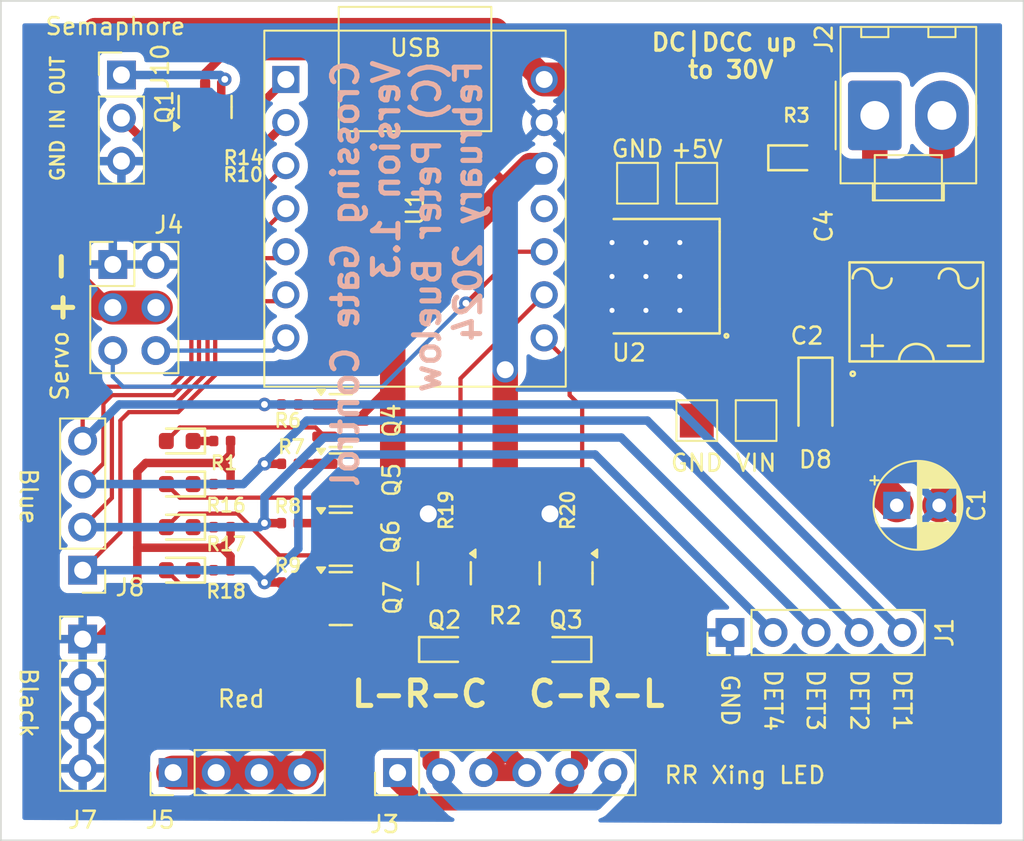
<source format=kicad_pcb>
(kicad_pcb (version 20241229) (generator "pcbnew") (generator_version "9.0")
  (layers (0 "F.Cu" signal) (2 "B.Cu" signal) (13 "F.Paste" user) (15 "B.Paste" user) (5 "F.SilkS" user "F.Silkscreen") (7 "B.SilkS" user "B.Silkscreen") (1 "F.Mask" user) (3 "B.Mask" user) (25 "Edge.Cuts" user))
  (net 0 "")
  (net 1 "GND")
  (net 2 "+5V")
  (net 3 "Net-(J2-Pin_2)")
  (net 4 "+3V3")
  (net 5 "DETECT1")
  (net 6 "DETECT2")
  (net 7 "DETECT3")
  (net 8 "DETECT4")
  (net 9 "SIGRIGHT")
  (net 10 "SIGLEFT")
  (net 11 "GATE1")
  (net 12 "GATE2")
  (net 13 "ISACTIVE")
  (net 14 "Net-(J10-Pin_1)")
  (net 15 "SEMAPHORE")
  (net 16 "Net-(Q4-B)")
  (net 17 "Net-(Q5-B)")
  (net 18 "Net-(Q6-B)")
  (net 19 "Net-(Q7-B)")
  (net 20 "Net-(J10-Pin_2)")
  (net 21 "Net-(Q1-B)")
  (net 22 "Net-(Q2-B)")
  (net 23 "Net-(Q3-B)")
  (net 24 "Net-(DB1-+)")
  (net 25 "Net-(Q4-E)")
  (net 26 "Net-(D1-Pad1)")
  (net 27 "Net-(Q5-E)")
  (net 28 "Net-(D2-Pad1)")
  (net 29 "Net-(D3-Pad1)")
  (net 30 "Net-(Q6-E)")
  (net 31 "Net-(D4-Pad1)")
  (net 32 "Net-(Q7-E)")
  (net 33 "Net-(D5-Pad2)")
  (net 34 "Net-(J3-Pin_3)")
  (net 35 "Net-(J3-Pin_2)")
  (net 36 "Net-(J3-Pin_1)")
  (net 37 "Net-(J2-Pin_1)")
  (net 38 "Net-(U1-PA10_A2_D2)")
  (net 39 "Net-(U1-PA11_A3_D3)")
  (net 40 "Net-(U1-PA8_A4_D4_SDA)")
  (net 41 "Net-(U1-PA9_A5_D5_SCL)")
  (net 43 "Net-(U2-VIN)")
  (footprint "PCM_JLCPCB:D_0603" (layer "F.Cu") (at 55 60.706 180)
    (property "Reference" "D1" (hide yes))
    (property "Value" "Yellow" (hide yes))
  )
  (footprint "PCM_JLCPCB:R_0402" (layer "F.Cu") (at 56.5 44)
    (property "Reference" "R14")
    (property "Value" "1kΩ" (hide yes))
  )
  (footprint "PCM_JLCPCB:R_0402" (layer "F.Cu") (at 78.74 65 90)
    (property "Reference" "R20")
    (property "Value" "1kΩ" (hide yes))
  )
  (footprint "Connector_PinHeader_2.54mm:PinHeader_1x05_P2.54mm_Vertical" (layer "F.Cu") (at 87.46 72 90)
    (property "Reference" "J1")
    (property "Value" "DET DBG" (hide yes))
  )
  (footprint "Personal:MOUDLE14P-2.54-21X17.8MM" (layer "F.Cu") (at 68.88 47 90)
    (property "Reference" "U1")
    (property "Value" "MOUDLE-SEEEDUINO-XIAO" (hide yes))
  )
  (footprint "TestPoint:TestPoint_Pad_2.0x2.0mm" (layer "F.Cu") (at 89 59.5)
    (property "Reference" "TP4" (hide yes))
    (property "Value" "+5V" (hide yes))
  )
  (footprint "PCM_JLCPCB:R_1206" (layer "F.Cu") (at 74.201 74.04 -90)
    (property "Reference" "R2")
    (property "Value" "1kΩ" (hide yes))
  )
  (footprint "PCM_JLCPCB:TO-252-2_L6.5-W6.1-P4.58-LS10.0-TL" (layer "F.Cu") (at 85.5 51 180)
    (property "Reference" "U2")
    (property "Value" "L78M05ABDT-TR" (hide yes))
  )
  (footprint "PCM_JLCPCB:R_0402" (layer "F.Cu") (at 57.5 68.326 180)
    (property "Reference" "R18")
    (property "Value" "220Ω" (hide yes))
  )
  (footprint "PCM_JLCPCB:R_0402" (layer "F.Cu") (at 58.5 47.5)
    (property "Reference" "R11" (hide yes))
    (property "Value" "220Ω" (hide yes))
  )
  (footprint "PCM_JLCPCB:R_0402" (layer "F.Cu") (at 57.5 63.246 180)
    (property "Reference" "R16")
    (property "Value" "220Ω" (hide yes))
  )
  (footprint "PCM_JLCPCB:R_0402" (layer "F.Cu") (at 58.5 48.5)
    (property "Reference" "R12" (hide yes))
    (property "Value" "220Ω" (hide yes))
  )
  (footprint "PCM_JLCPCB:D_0603" (layer "F.Cu") (at 77.79 73 180)
    (property "Reference" "D7" (hide yes))
    (property "Value" "Red" (hide yes))
  )
  (footprint "TestPoint:TestPoint_Pad_2.0x2.0mm" (layer "F.Cu") (at 85.5 59.5)
    (property "Reference" "TP5" (hide yes))
    (property "Value" "+5V" (hide yes))
  )
  (footprint "Connector_PinHeader_2.54mm:PinHeader_1x06_P2.54mm_Vertical" (layer "F.Cu") (at 67.851 80.264 90)
    (property "Reference" "J3")
    (property "Value" "Conn_01x06_Socket" (hide yes))
  )
  (footprint "Connector_PinHeader_2.54mm:PinHeader_2x03_P2.54mm_Vertical" (layer "F.Cu") (at 51.054 50.292)
    (property "Reference" "J4")
    (property "Value" "Conn_02x03_Top_Bottom" (hide yes))
  )
  (footprint "PCM_JLCPCB:D_0603" (layer "F.Cu") (at 55 68.326 180)
    (property "Reference" "D4" (hide yes))
    (property "Value" "Yellow" (hide yes))
  )
  (footprint "PCM_JLCPCB:Q_SOT-23" (layer "F.Cu") (at 64.5 63)
    (property "Reference" "Q5")
    (property "Value" "MMBT2222A" (hide yes))
  )
  (footprint "Connector_PinHeader_2.54mm:PinHeader_1x04_P2.54mm_Vertical" (layer "F.Cu") (at 49.276 68.326 180)
    (property "Reference" "J8")
    (property "Value" "Sensor Signal" (hide yes))
  )
  (footprint "PCM_JLCPCB:R_0402" (layer "F.Cu") (at 58.5 52.46)
    (property "Reference" "R15" (hide yes))
    (property "Value" "220Ω" (hide yes))
  )
  (footprint "PCM_JLCPCB:C_0603" (layer "F.Cu") (at 91.75 48.33 -90)
    (property "Reference" "C4")
    (property "Value" "100nF" (hide yes))
  )
  (footprint "PCM_JLCPCB:R_0402" (layer "F.Cu") (at 58.5 49.92)
    (property "Reference" "R13" (hide yes))
    (property "Value" "220Ω" (hide yes))
  )
  (footprint "PCM_JLCPCB:R_0402" (layer "F.Cu") (at 57.5 65.786 180)
    (property "Reference" "R17")
    (property "Value" "220Ω" (hide yes))
  )
  (footprint "Connector_PinHeader_2.54mm:PinHeader_1x04_P2.54mm_Vertical" (layer "F.Cu") (at 54.61 80.264 90)
    (property "Reference" "J5")
    (property "Value" "Sensor Power" (hide yes))
  )
  (footprint "PCM_JLCPCB:D_SOD-123" (layer "F.Cu") (at 92.5 58.15 -90)
    (property "Reference" "D8")
    (property "Value" "RB160M-30" (hide yes))
  )
  (footprint "TestPoint:TestPoint_Pad_2.0x2.0mm" (layer "F.Cu") (at 85.5 45.5 180)
    (property "Reference" "TP3" (hide yes))
    (property "Value" "+5V")
  )
  (footprint "PCM_JLCPCB:C_0805" (layer "F.Cu") (at 92 52 90)
    (property "Reference" "C2")
    (property "Value" "330nF" (hide yes))
  )
  (footprint "PCM_JLCPCB:R_0402" (layer "F.Cu") (at 71.562 65 90)
    (property "Reference" "R19")
    (property "Value" "1kΩ" (hide yes))
  )
  (footprint "PCM_JLCPCB:Q_SOT-23" (layer "F.Cu") (at 64.5 70)
    (property "Reference" "Q7")
    (property "Value" "MMBT2222A" (hide yes))
  )
  (footprint "PCM_JLCPCB:R_0402" (layer "F.Cu") (at 61.5 62.05)
    (property "Reference" "R7")
    (property "Value" "1kΩ" (hide yes))
  )
  (footprint "PCM_JLCPCB:D_0603" (layer "F.Cu") (at 91.21 44)
    (property "Reference" "D5" (hide yes))
    (property "Value" "Yellow" (hide yes))
  )
  (footprint "PCM_JLCPCB:D_0603" (layer "F.Cu") (at 70.612 73)
    (property "Reference" "D6" (hide yes))
    (property "Value" "Red" (hide yes))
  )
  (footprint "TestPoint:TestPoint_Pad_2.0x2.0mm" (layer "F.Cu") (at 82 45.5)
    (property "Reference" "TP1" (hide yes))
    (property "Value" "GND")
  )
  (footprint "PCM_JLCPCB:R_0402" (layer "F.Cu") (at 61.5 69.05)
    (property "Reference" "R9")
    (property "Value" "1kΩ" (hide yes))
  )
  (footprint "PCM_JLCPCB:DBS_L8.2-W6.4-P5.10-LS10.0-BL" (layer "F.Cu") (at 98.45 53.09)
    (property "Reference" "DB1" (hide yes))
    (property "Value" "DB107S" (hide yes))
  )
  (footprint "PCM_JLCPCB:Q_SOT-23" (layer "F.Cu") (at 64.5 66.5)
    (property "Reference" "Q6")
    (property "Value" "MMBT2222A" (hide yes))
  )
  (footprint "Connector_PinHeader_2.54mm:PinHeader_1x03_P2.54mm_Vertical" (layer "F.Cu") (at 51.562 39.116)
    (property "Reference" "J10")
    (property "Value" "Signals" (hide yes))
  )
  (footprint "PCM_JLCPCB:Q_SOT-23" (layer "F.Cu") (at 64.5 59.5)
    (property "Reference" "Q4")
    (property "Value" "MMBT2222A" (hide yes))
  )
  (footprint "PCM_JLCPCB:Q_SOT-23" (layer "F.Cu") (at 56.5 41 90)
    (property "Reference" "Q1")
    (property "Value" "MMBT2222A" (hide yes))
  )
  (footprint "Connector_PinHeader_2.54mm:PinHeader_1x04_P2.54mm_Vertical" (layer "F.Cu") (at 49.276 72.39)
    (property "Reference" "J7")
    (property "Value" "Sensor Ground" (hide yes))
  )
  (footprint "PCM_JLCPCB:R_0402" (layer "F.Cu") (at 61.5 58.55)
    (property "Reference" "R6")
    (property "Value" "1kΩ" (hide yes))
  )
  (footprint "PCM_JLCPCB:R_0402" (layer "F.Cu") (at 57.5 60.706 180)
    (property "Reference" "R1")
    (property "Value" "220Ω" (hide yes))
  )
  (footprint "PCM_JLCPCB:Q_SOT-23" (layer "F.Cu") (at 70.612 68.505 -90)
    (property "Reference" "Q2")
    (property "Value" "MMBT2222A" (hide yes))
  )
  (footprint "PCM_JLCPCB:D_0603" (layer "F.Cu") (at 55 63.246 180)
    (property "Reference" "D2" (hide yes))
    (property "Value" "Yellow" (hide yes))
  )
  (footprint "PCM_JLCPCB:D_0603" (layer "F.Cu") (at 55 65.786 180)
    (property "Reference" "D3" (hide yes))
    (property "Value" "Yellow" (hide yes))
  )
  (footprint "Capacitor_THT:CP_Radial_D5.0mm_P2.50mm" (layer "F.Cu") (at 97.294888 64.5)
    (property "Reference" "C1")
    (property "Value" "100uf" (hide yes))
  )
  (footprint "PCM_JLCPCB:R_0402" (layer "F.Cu") (at 61.5 65.55)
    (property "Reference" "R8")
    (property "Value" "1kΩ" (hide yes))
  )
  (footprint "Connector_Molex:Molex_KK-396_A-41791-0002_1x02_P3.96mm_Vertical" (layer "F.Cu") (at 96 41.5)
    (property "Reference" "J2")
    (property "Value" "Power In" (hide yes))
  )
  (footprint "PCM_JLCPCB:R_0402" (layer "F.Cu") (at 56.5 45 180)
    (property "Reference" "R10")
    (property "Value" "120Ω" (hide yes))
  )
  (footprint "PCM_JLCPCB:Q_SOT-23" (layer "F.Cu") (at 77.79 68.505 -90)
    (property "Reference" "Q3")
    (property "Value" "MMBT2222A" (hide yes))
  )
  (footprint "PCM_JLCPCB:R_0402" (layer "F.Cu") (at 91.21 42.5)
    (property "Reference" "R3")
    (property "Value" "1kΩ" (hide yes))
  )
  (gr_rect (start 44.45 34.741802) (end 104.775 84.263802) (stroke (width 0.1)) (fill no) (layer "Edge.Cuts"))
  (gr_text "-" (at 47.244 49.276 -90) (layer "F.SilkS") (effects (font (size 1.5 1.5) (thickness 0.3) (bold yes)) (justify left bottom)))
  (gr_text "Semaphore" (at 46.99 36.83 0) (layer "F.SilkS") (effects (font (size 1 1)) (justify left bottom)))
  (gr_text "GND" (at 48.26 45.466 90) (layer "F.SilkS") (effects (font (size 0.8 0.8)) (justify left bottom)))
  (gr_text "Red" (at 57.15 76.5 0) (layer "F.SilkS") (effects (font (size 1 1)) (justify left bottom)))
  (gr_text "OUT" (at 48.26 40.386 90) (layer "F.SilkS") (effects (font (size 0.8 0.8)) (justify left bottom)))
  (gr_text "DET1" (at 97.62 76 270) (layer "F.SilkS") (effects (font (size 1 1))))
  (gr_text "DC|DCC up \nto 30V" (at 87.5 38 0) (layer "F.SilkS") (effects (font (size 1 1) (thickness 0.2) (bold yes))))
  (gr_text "+" (at 46.99 53.594 0) (layer "F.SilkS") (effects (font (size 1.5 1.5) (thickness 0.3) (bold yes)) (justify left bottom)))
  (gr_text "L-R-C" (at 65 76.5 0) (layer "F.SilkS") (effects (font (size 1.5 1.5) (thickness 0.3) (bold yes)) (justify left bottom)))
  (gr_text "Black" (at 45.5 74 270) (layer "F.SilkS") (effects (font (size 1 1)) (justify left bottom)))
  (gr_text "C-R-L" (at 75.438 76.5 0) (layer "F.SilkS") (effects (font (size 1.5 1.5) (thickness 0.3) (bold yes)) (justify left bottom)))
  (gr_text "VIN" (at 89 62 0) (layer "F.SilkS") (effects (font (size 1 1))))
  (gr_text "RR Xing LED" (at 83.5 81 0) (layer "F.SilkS") (effects (font (size 1 1)) (justify left bottom)))
  (gr_text "DET3" (at 92.5 76 270) (layer "F.SilkS") (effects (font (size 1 1))))
  (gr_text "GND" (at 87.46 76 270) (layer "F.SilkS") (effects (font (size 1 1))))
  (gr_text "Blue" (at 45.5 62.23 -90) (layer "F.SilkS") (effects (font (size 1 1)) (justify left bottom)))
  (gr_text "IN" (at 48.26 42.418 90) (layer "F.SilkS") (effects (font (size 0.8 0.8)) (justify left bottom)))
  (gr_text "DET2" (at 95.08 76 270) (layer "F.SilkS") (effects (font (size 1 1))))
  (gr_text "USB" (at 67.31 38.1 0) (layer "F.SilkS") (effects (font (size 1 1)) (justify left bottom)))
  (gr_text "Servo" (at 48.514 58.42 90) (layer "F.SilkS") (effects (font (size 1 1)) (justify left bottom)))
  (gr_text "DET4" (at 90 76 270) (layer "F.SilkS") (effects (font (size 1 1))))
  (gr_text "GND" (at 85.5 62 0) (layer "F.SilkS") (effects (font (size 1 1))))
  (gr_text "Crossing Gate Control\nVersion 1.3\n(C) Peter Buelow\nFebruary 2024" (at 72.898 38.1 90) (layer "B.SilkS") (effects (font (size 1.5 1.5) (thickness 0.3) (bold yes)) (justify left bottom mirror)))
  (segment (start 90.5 44) (end 93.75 47.25) (width 0.5) (layer "F.Cu") (net 1))
  (segment (start 52.5 67) (end 57.5 67) (width 0.5) (layer "F.Cu") (net 1))
  (segment (start 57.5 62) (end 58 61.5) (width 0.5) (layer "F.Cu") (net 1))
  (segment (start 91.75 49.11) (end 92.61 49.11) (width 0.5) (layer "F.Cu") (net 1))
  (segment (start 85.5 54.46) (end 82.02 50.98) (width 0.5) (layer "F.Cu") (net 1))
  (segment (start 50.11 72.39) (end 52.5 70) (width 0.5) (layer "F.Cu") (net 1))
  (segment (start 93.75 47.25) (end 93.75 50.25) (width 0.5) (layer "F.Cu") (net 1))
  (segment (start 58 68.326) (end 58 67.5) (width 0.5) (layer "F.Cu") (net 1))
  (segment (start 58 66.5) (end 58 65.786) (width 0.5) (layer "F.Cu") (net 1))
  (segment (start 52.5 62.5) (end 53 62) (width 0.5) (layer "F.Cu") (net 1))
  (segment (start 58 63.246) (end 58 62.5) (width 0.5) (layer "F.Cu") (net 1))
  (segment (start 91.75 50.8) (end 92 51.05) (width 0.5) (layer "F.Cu") (net 1))
  (segment (start 101 57.5) (end 101 63.294888) (width 2) (layer "F.Cu") (net 1))
  (segment (start 85.5 59.5) (end 85.5 54.46) (width 0.5) (layer "F.Cu") (net 1))
  (segment (start 52.5 67) (end 52.5 62.5) (width 0.5) (layer "F.Cu") (net 1))
  (segment (start 58 62.5) (end 57.5 62) (width 0.5) (layer "F.Cu") (net 1))
  (segment (start 91.75 49.11) (end 91.75 50.8) (width 0.5) (layer "F.Cu") (net 1))
  (segment (start 49.276 72.39) (end 50.11 72.39) (width 0.5) (layer "F.Cu") (net 1))
  (segment (start 82 45.5) (end 82 50.96) (width 0.5) (layer "F.Cu") (net 1))
  (segment (start 58 67.5) (end 57.5 67) (width 0.5) (layer "F.Cu") (net 1))
  (segment (start 58 61.5) (end 58 60.706) (width 0.5) (layer "F.Cu") (net 1))
  (segment (start 53 62) (end 57.5 62) (width 0.5) (layer "F.Cu") (net 1))
  (segment (start 82.09 51.05) (end 82.02 50.98) (width 0.5) (layer "F.Cu") (net 1))
  (segment (start 57.5 67) (end 58 66.5) (width 0.5) (layer "F.Cu") (net 1))
  (segment (start 76.84 67.565) (end 76.84 65) (width 0.5) (layer "F.Cu") (net 1))
  (segment (start 93.75 50.25) (end 101 57.5) (width 0.5) (layer "F.Cu") (net 1))
  (segment (start 101 63.294888) (end 99.794888 64.5) (width 2) (layer "F.Cu") (net 1))
  (segment (start 92.61 49.11) (end 93.75 50.25) (width 0.5) (layer "F.Cu") (net 1))
  (segment (start 52.5 70) (end 52.5 67) (width 0.5) (layer "F.Cu") (net 1))
  (segment (start 92 51.05) (end 82.09 51.05) (width 0.5) (layer "F.Cu") (net 1))
  (segment (start 82 50.96) (end 82.02 50.98) (width 0.5) (layer "F.Cu") (net 1))
  (segment (start 69.662 67.565) (end 69.662 65.278) (width 0.5) (layer "F.Cu") (net 1))
  (segment (start 90.42 44) (end 90.5 44) (width 0.5) (layer "F.Cu") (net 1))
  (via (at 69.662 65) (size 1.5) (drill 1) (layers "F.Cu" "B.Cu") (net 1))
  (via (at 76.84 65) (size 1.5) (drill 1) (layers "F.Cu" "B.Cu") (net 1))
  (segment (start 50 36.5) (end 48.5 38) (width 1.5) (layer "F.Cu") (net 2))
  (segment (start 73.62 36.5) (end 50 36.5) (width 1.5) (layer "F.Cu") (net 2))
  (segment (start 88 42.5) (end 86.25 44.25) (width 0.5) (layer "F.Cu") (net 2))
  (segment (start 85.5 43.5) (end 81.38 39.38) (width 2) (layer "F.Cu") (net 2))
  (segment (start 50.332 52.832) (end 51.054 52.832) (width 1.5) (layer "F.Cu") (net 2))
  (segment (start 90.14 47.55) (end 88.98 48.71) (width 0.5) (layer "F.Cu") (net 2))
  (segment (start 48.5 38) (end 48.5 51) (width 1.5) (layer "F.Cu") (net 2))
  (segment (start 86.25 44.25) (end 87.5 45.5) (width 2) (layer "F.Cu") (net 2))
  (segment (start 76.5 39.38) (end 73.62 36.5) (width 1.5) (layer "F.Cu") (net 2))
  (segment (start 51.054 52.832) (end 53.594 52.832) (width 2) (layer "F.Cu") (net 2))
  (segment (start 88.98 48.71) (end 88.98 46.98) (width 2) (layer "F.Cu") (net 2))
  (segment (start 85.5 45.5) (end 85.5 43.5) (width 2) (layer "F.Cu") (net 2))
  (segment (start 91.75 47.55) (end 90.14 47.55) (width 0.5) (layer "F.Cu") (net 2))
  (segment (start 90.71 42.5) (end 88 42.5) (width 0.5) (layer "F.Cu") (net 2))
  (segment (start 87.5 45.5) (end 85.5 45.5) (width 2) (layer "F.Cu") (net 2))
  (segment (start 48.5 51) (end 50.332 52.832) (width 1.5) (layer "F.Cu") (net 2))
  (segment (start 81.38 39.38) (end 76.5 39.38) (width 2) (layer "F.Cu") (net 2))
  (segment (start 85.5 43.5) (end 86.25 44.25) (width 2) (layer "F.Cu") (net 2))
  (segment (start 88.98 46.98) (end 87.5 45.5) (width 2) (layer "F.Cu") (net 2))
  (segment (start 99.96 47.64) (end 101 48.68) (width 1.5) (layer "F.Cu") (net 3))
  (segment (start 99.96 41.5) (end 99.96 47.64) (width 1.5) (layer "F.Cu") (net 3))
  (segment (start 66.144 70) (end 67.564 68.58) (width 0.5) (layer "F.Cu") (net 4))
  (segment (start 67.564 61.976) (end 67.564 64.516) (width 1.5) (layer "F.Cu") (net 4))
  (segment (start 65.44 66.5) (end 66.596 66.5) (width 0.5) (layer "F.Cu") (net 4))
  (segment (start 67.564 64.516) (end 67.564 65.532) (width 1.5) (layer "F.Cu") (net 4))
  (segment (start 67.564 68.58) (end 67.564 74.93) (width 1.5) (layer "F.Cu") (net 4))
  (segment (start 66.94 58) (end 67.564 58) (width 0.5) (layer "F.Cu") (net 4))
  (segment (start 67.564 74.93) (end 62.23 80.264) (width 1.5) (layer "F.Cu") (net 4))
  (segment (start 74.422 45.72) (end 67.564 52.578) (width 1.5) (layer "F.Cu") (net 4))
  (segment (start 66.702 38) (end 57.504 38) (width 0.5) (layer "F.Cu") (net 4))
  (segment (start 67.564 58) (end 67.564 58.42) (width 1.5) (layer "F.Cu") (net 4))
  (segment (start 56.5 39.004) (end 56.5 40.06) (width 0.5) (layer "F.Cu") (net 4))
  (segment (start 62.23 80.264) (end 59.69 80.264) (width 2) (layer "F.Cu") (net 4))
  (segment (start 67.564 52.578) (end 67.564 58) (width 1.5) (layer "F.Cu") (net 4))
  (segment (start 65.44 63) (end 66.54 63) (width 0.5) (layer "F.Cu") (net 4))
  (segment (start 74.422 45.72) (end 66.702 38) (width 0.5) (layer "F.Cu") (net 4))
  (segment (start 67.564 58.42) (end 67.564 61.976) (width 1.5) (layer "F.Cu") (net 4))
  (segment (start 59.69 80.264) (end 57.15 80.264) (width 2) (layer "F.Cu") (net 4))
  (segment (start 65.44 59.5) (end 66.94 58) (width 0.5) (layer "F.Cu") (net 4))
  (segment (start 66.596 66.5) (end 67.564 65.532) (width 0.5) (layer "F.Cu") (net 4))
  (segment (start 57.15 80.264) (end 54.61 80.264) (width 2) (layer "F.Cu") (net 4))
  (segment (start 76.5 44.46) (end 75.682 44.46) (width 1.5) (layer "F.Cu") (net 4))
  (segment (start 57.504 38) (end 56.5 39.004) (width 0.5) (layer "F.Cu") (net 4))
  (segment (start 75.682 44.46) (end 74.422 45.72) (width 1.5) (layer "F.Cu") (net 4))
  (segment (start 67.564 65.532) (end 67.564 68.58) (width 1.5) (layer "F.Cu") (net 4))
  (segment (start 66.54 63) (end 67.564 61.976) (width 0.5) (layer "F.Cu") (net 4))
  (segment (start 65.44 70) (end 66.144 70) (width 0.5) (layer "F.Cu") (net 4))
  (segment (start 74.201 56.5) (end 74.201 72.58) (width 1.5) (layer "F.Cu") (net 4))
  (via (at 74.201 56.5) (size 1.5) (drill 1) (layers "F.Cu" "B.Cu") (net 4))
  (segment (start 74.201 46.299) (end 75.66 44.84) (width 1.5) (layer "B.Cu") (net 4))
  (segment (start 75.66 44.84) (end 76.5 44.84) (width 1.5) (layer "B.Cu") (net 4))
  (segment (start 74.201 56.5) (end 74.201 46.299) (width 1.5) (layer "B.Cu") (net 4))
  (segment (start 49.276 58.224) (end 50 57.5) (width 0.25) (layer "F.Cu") (net 5))
  (segment (start 55.687406 49.312594) (end 57.5 47.5) (width 0.25) (layer "F.Cu") (net 5))
  (segment (start 60 58.55) (end 61 58.55) (width 0.25) (layer "F.Cu") (net 5))
  (segment (start 54.5 57.5) (end 55.687406 56.312594) (width 0.25) (layer "F.Cu") (net 5))
  (segment (start 57.5 47.5) (end 58 47.5) (width 0.25) (layer "F.Cu") (net 5))
  (segment (start 50 57.5) (end 54.5 57.5) (width 0.25) (layer "F.Cu") (net 5))
  (segment (start 49.276 60.706) (end 49.276 58.224) (width 0.25) (layer "F.Cu") (net 5))
  (segment (start 55.687406 56.312594) (end 55.687406 49.312594) (width 0.25) (layer "F.Cu") (net 5))
  (via (at 60 58.55) (size 0.8) (drill 0.4) (layers "F.Cu" "B.Cu") (net 5))
  (segment (start 51.432 58.55) (end 60 58.55) (width 0.5) (layer "B.Cu") (net 5))
  (segment (start 60 58.55) (end 84.17 58.55) (width 0.5) (layer "B.Cu") (net 5))
  (segment (start 84.17 58.55) (end 97.62 72) (width 0.5) (layer "B.Cu") (net 5))
  (segment (start 49.276 60.706) (end 51.432 58.55) (width 0.5) (layer "B.Cu") (net 5))
  (segment (start 49.276 63.246) (end 50.5 62.022) (width 0.25) (layer "F.Cu") (net 6))
  (segment (start 50.5 58.5) (end 51 58) (width 0.25) (layer "F.Cu") (net 6))
  (segment (start 50.5 62.022) (end 50.5 58.5) (width 0.25) (layer "F.Cu") (net 6))
  (segment (start 56.138406 56.499404) (end 56.138406 50.361594) (width 0.25) (layer "F.Cu") (net 6))
  (segment (start 56.138406 50.361594) (end 58 48.5) (width 0.25) (layer "F.Cu") (net 6))
  (segment (start 54.63781 58) (end 56.138406 56.499404) (width 0.25) (layer "F.Cu") (net 6))
  (segment (start 60 62.05) (end 61 62.05) (width 0.5) (layer "F.Cu") (net 6))
  (segment (start 51 58) (end 54.63781 58) (width 0.25) (layer "F.Cu") (net 6))
  (via (at 60 62.05) (size 0.8) (drill 0.4) (layers "F.Cu" "B.Cu") (net 6))
  (segment (start 59.95 62.05) (end 60 62.05) (width 0.5) (layer "B.Cu") (net 6))
  (segment (start 82.58 59.5) (end 95.08 72) (width 0.5) (layer "B.Cu") (net 6))
  (segment (start 58.754 63.246) (end 59.95 62.05) (width 0.5) (layer "B.Cu") (net 6))
  (segment (start 60 62) (end 62.5 59.5) (width 0.5) (layer "B.Cu") (net 6))
  (segment (start 49.276 63.246) (end 58.754 63.246) (width 0.5) (layer "B.Cu") (net 6))
  (segment (start 60 62.05) (end 60 62) (width 0.5) (layer "B.Cu") (net 6))
  (segment (start 62.5 59.5) (end 82.58 59.5) (width 0.5) (layer "B.Cu") (net 6))
  (segment (start 49.276 65.786) (end 51 64.062) (width 0.25) (layer "F.Cu") (net 7))
  (segment (start 51 59) (end 51.5 58.5) (width 0.25) (layer "F.Cu") (net 7))
  (segment (start 54.77562 58.5) (end 56.643 56.63262) (width 0.25) (layer "F.Cu") (net 7))
  (segment (start 56.643 51.277) (end 58 49.92) (width 0.25) (layer "F.Cu") (net 7))
  (segment (start 51 64.062) (end 51 59) (width 0.25) (layer "F.Cu") (net 7))
  (segment (start 60 65.55) (end 61 65.55) (width 0.5) (layer "F.Cu") (net 7))
  (segment (start 51.5 58.5) (end 54.77562 58.5) (width 0.25) (layer "F.Cu") (net 7))
  (segment (start 56.643 56.63262) (end 56.643 51.277) (width 0.25) (layer "F.Cu") (net 7))
  (via (at 60 65.55) (size 0.8) (drill 0.4) (layers "F.Cu" "B.Cu") (net 7))
  (segment (start 63.5 60.5) (end 81.04 60.5) (width 0.5) (layer "B.Cu") (net 7))
  (segment (start 49.276 65.786) (end 59.714 65.786) (width 0.5) (layer "B.Cu") (net 7))
  (segment (start 81.04 60.5) (end 92.54 72) (width 0.5) (layer "B.Cu") (net 7))
  (segment (start 60 64) (end 63.5 60.5) (width 0.5) (layer "B.Cu") (net 7))
  (segment (start 60 65.55) (end 60 64) (width 0.5) (layer "B.Cu") (net 7))
  (segment (start 59.714 65.786) (end 60 65.5) (width 0.5) (layer "B.Cu") (net 7))
  (segment (start 57.094 56.81943) (end 57.094 53) (width 0.25) (layer "F.Cu") (net 8))
  (segment (start 61 69.05) (end 60 69.05) (width 0.5) (layer "F.Cu") (net 8))
  (segment (start 49.276 68.326) (end 51.5 66.102) (width 0.25) (layer "F.Cu") (net 8))
  (segment (start 54.91343 59) (end 57.094 56.81943) (width 0.25) (layer "F.Cu") (net 8))
  (segment (start 51.5 59.5) (end 52 59) (width 0.25) (layer "F.Cu") (net 8))
  (segment (start 52 59) (end 54.91343 59) (width 0.25) (layer "F.Cu") (net 8))
  (segment (start 51.5 66.102) (end 51.5 59.5) (width 0.25) (layer "F.Cu") (net 8))
  (segment (start 57.634 52.46) (end 58 52.46) (width 0.25) (layer "F.Cu") (net 8))
  (segment (start 57.094 53) (end 57.634 52.46) (width 0.25) (layer "F.Cu") (net 8))
  (via (at 60 69.05) (size 0.8) (drill 0.4) (layers "F.Cu" "B.Cu") (net 8))
  (segment (start 49.276 68.326) (end 59.276 68.326) (width 0.5) (layer "B.Cu") (net 8))
  (segment (start 79.5 61.5) (end 90 72) (width 0.5) (layer "B.Cu") (net 8))
  (segment (start 62 63.5) (end 64 61.5) (width 0.5) (layer "B.Cu") (net 8))
  (segment (start 59.276 68.326) (end 60 69.05) (width 0.5) (layer "B.Cu") (net 8))
  (segment (start 64 61.5) (end 79.5 61.5) (width 0.5) (layer "B.Cu") (net 8))
  (segment (start 62 67.05) (end 62 63.5) (width 0.5) (layer "B.Cu") (net 8))
  (segment (start 60 69.05) (end 62 67.05) (width 0.5) (layer "B.Cu") (net 8))
  (segment (start 71.562 64.5) (end 71.562 57.018) (width 0.25) (layer "F.Cu") (net 9))
  (segment (start 71.562 57.018) (end 76.5 52.08) (width 0.25) (layer "F.Cu") (net 9))
  (segment (start 76.5 54.62) (end 78 56.12) (width 0.25) (layer "F.Cu") (net 10))
  (segment (start 78 56.12) (end 78 58) (width 0.25) (layer "F.Cu") (net 10))
  (segment (start 78 58) (end 78.74 58.74) (width 0.25) (layer "F.Cu") (net 10))
  (segment (start 78.74 58.74) (end 78.74 64.5) (width 0.25) (layer "F.Cu") (net 10))
  (segment (start 60.508 55.372) (end 61.26 54.62) (width 0.25) (layer "B.Cu") (net 11))
  (segment (start 53.594 55.372) (end 60.508 55.372) (width 0.25) (layer "B.Cu") (net 11))
  (segment (start 74.92 49.54) (end 76.5 49.54) (width 0.25) (layer "F.Cu") (net 12))
  (segment (start 71.882 52.578) (end 74.92 49.54) (width 0.25) (layer "F.Cu") (net 12))
  (via (at 71.882 52.578) (size 0.8) (drill 0.4) (layers "F.Cu" "B.Cu") (net 12))
  (segment (start 51.054 56.896) (end 51.658 57.5) (width 0.25) (layer "B.Cu") (net 12))
  (segment (start 51.658 57.5) (end 66.96 57.5) (width 0.25) (layer "B.Cu") (net 12))
  (segment (start 66.96 57.5) (end 71.882 52.578) (width 0.25) (layer "B.Cu") (net 12))
  (segment (start 51.054 55.372) (end 51.054 56.896) (width 0.25) (layer "B.Cu") (net 12))
  (segment (start 59.5 44) (end 58.56 44.94) (width 0.5) (layer "F.Cu") (net 13))
  (segment (start 61.26 41.92) (end 59.5 43.68) (width 0.5) (layer "F.Cu") (net 13))
  (segment (start 58.56 44.94) (end 58.56 45) (width 0.5) (layer "F.Cu") (net 13))
  (segment (start 59.5 43.68) (end 59.5 44) (width 0.5) (layer "F.Cu") (net 13))
  (segment (start 57 45) (end 58.56 45) (width 0.5) (layer "F.Cu") (net 13))
  (segment (start 57.45 39.578) (end 57.658 39.37) (width 0.5) (layer "F.Cu") (net 14))
  (segment (start 57.45 41.94) (end 57.45 39.578) (width 0.5) (layer "F.Cu") (net 14))
  (via (at 57.658 39.37) (size 0.8) (drill 0.4) (layers "F.Cu" "B.Cu") (net 14))
  (segment (start 57.658 39.37) (end 57.404 39.116) (width 0.5) (layer "B.Cu") (net 14))
  (segment (start 57.404 39.116) (end 51.562 39.116) (width 0.5) (layer "B.Cu") (net 14))
  (segment (start 59 43) (end 59 41.64) (width 0.5) (layer "F.Cu") (net 15))
  (segment (start 59 41.64) (end 61.26 39.38) (width 0.5) (layer "F.Cu") (net 15))
  (segment (start 58 44) (end 59 43) (width 0.5) (layer "F.Cu") (net 15))
  (segment (start 57 44) (end 58 44) (width 0.5) (layer "F.Cu") (net 15))
  (segment (start 62 58.55) (end 63.56 58.55) (width 0.5) (layer "F.Cu") (net 16))
  (segment (start 62 62.05) (end 63.56 62.05) (width 0.5) (layer "F.Cu") (net 17))
  (segment (start 62 65.55) (end 63.56 65.55) (width 0.5) (layer "F.Cu") (net 18))
  (segment (start 63.56 69.05) (end 62 69.05) (width 0.5) (layer "F.Cu") (net 19))
  (segment (start 54.906 45) (end 56 45) (width 0.5) (layer "F.Cu") (net 20))
  (segment (start 51.562 41.656) (end 54.906 45) (width 0.5) (layer "F.Cu") (net 20))
  (segment (start 55.55 43.55) (end 56 44) (width 0.5) (layer "F.Cu") (net 21))
  (segment (start 55.55 41.94) (end 55.55 43.55) (width 0.5) (layer "F.Cu") (net 21))
  (segment (start 71.566 67.209) (end 71.562 67.213) (width 0.25) (layer "F.Cu") (net 22))
  (segment (start 71.562 65.5) (end 71.562 67.565) (width 0.5) (layer "F.Cu") (net 22))
  (segment (start 78.714 67.187) (end 78.74 67.213) (width 0.25) (layer "F.Cu") (net 23))
  (segment (start 78.74 65.5) (end 78.74 67.565) (width 0.5) (layer "F.Cu") (net 23))
  (segment (start 92.5 59.8) (end 89.3 59.8) (width 2) (layer "F.Cu") (net 24))
  (segment (start 89.3 59.8) (end 89 59.5) (width 2) (layer "F.Cu") (net 24))
  (segment (start 93.6 59.8) (end 95.9 57.5) (width 2) (layer "F.Cu") (net 24))
  (segment (start 95.9 63.105112) (end 97.294888 64.5) (width 2) (layer "F.Cu") (net 24))
  (segment (start 92.5 59.8) (end 93.6 59.8) (width 2) (layer "F.Cu") (net 24))
  (segment (start 95.9 57.5) (end 95.9 63.105112) (width 2) (layer "F.Cu") (net 24))
  (segment (start 54.21 60.706) (end 55.011 59.905) (width 0.25) (layer "F.Cu") (net 25))
  (segment (start 55.011 59.905) (end 63.015 59.905) (width 0.25) (layer "F.Cu") (net 25))
  (segment (start 63.015 59.905) (end 63.56 60.45) (width 0.25) (layer "F.Cu") (net 25))
  (segment (start 63.51 60.5) (end 63.56 60.45) (width 0.5) (layer "F.Cu") (net 25))
  (segment (start 55.79 60.706) (end 57 60.706) (width 0.5) (layer "F.Cu") (net 26))
  (segment (start 54.21 63.246) (end 55.011 64.047) (width 0.25) (layer "F.Cu") (net 27))
  (segment (start 63.463 64.047) (end 63.56 63.95) (width 0.25) (layer "F.Cu") (net 27))
  (segment (start 55.011 64.047) (end 63.463 64.047) (width 0.25) (layer "F.Cu") (net 27))
  (segment (start 55.79 63.246) (end 57 63.246) (width 0.5) (layer "F.Cu") (net 28))
  (segment (start 55.79 65.786) (end 57 65.786) (width 0.5) (layer "F.Cu") (net 29))
  (segment (start 58.40828 64.985) (end 60.87328 67.45) (width 0.25) (layer "F.Cu") (net 30))
  (segment (start 54.21 65.786) (end 55.011 64.985) (width 0.25) (layer "F.Cu") (net 30))
  (segment (start 55.011 64.985) (end 58.40828 64.985) (width 0.25) (layer "F.Cu") (net 30))
  (segment (start 60.87328 67.45) (end 63.56 67.45) (width 0.25) (layer "F.Cu") (net 30))
  (segment (start 55.79 68.326) (end 57 68.326) (width 0.5) (layer "F.Cu") (net 31))
  (segment (start 63.51 71) (end 63.56 70.95) (width 0.5) (layer "F.Cu") (net 32))
  (segment (start 54.21 68.326) (end 56.834 70.95) (width 0.25) (layer "F.Cu") (net 32))
  (segment (start 56.834 70.95) (end 63.56 70.95) (width 0.25) (layer "F.Cu") (net 32))
  (segment (start 91.71 42.5) (end 91.71 43.71) (width 0.25) (layer "F.Cu") (net 33))
  (segment (start 91.71 43.71) (end 92 44) (width 0.25) (layer "F.Cu") (net 33))
  (segment (start 74.201 78.994) (end 75.471 80.264) (width 1) (layer "F.Cu") (net 34))
  (segment (start 76.701 73) (end 74.201 75.5) (width 1) (layer "F.Cu") (net 34))
  (segment (start 74.201 78.994) (end 72.931 80.264) (width 1) (layer "F.Cu") (net 34))
  (segment (start 71.402 73) (end 71.701 73) (width 1) (layer "F.Cu") (net 34))
  (segment (start 72.931 80.264) (end 75.471 80.264) (width 1) (layer "F.Cu") (net 34))
  (segment (start 77 73) (end 76.701 73) (width 1) (layer "F.Cu") (net 34))
  (segment (start 71.701 73) (end 74.201 75.5) (width 1) (layer "F.Cu") (net 34))
  (segment (start 74.201 75.5) (end 74.201 78.994) (width 1) (layer "F.Cu") (net 34))
  (segment (start 70.612 69.445) (end 69.822 70.235) (width 1) (layer "F.Cu") (net 35))
  (segment (start 69.822 79.695) (end 70.391 80.264) (width 1) (layer "F.Cu") (net 35))
  (segment (start 69.822 70.235) (end 69.822 73) (width 1) (layer "F.Cu") (net 35))
  (segment (start 69.822 73) (end 69.822 79.695) (width 1) (layer "F.Cu") (net 35))
  (segment (start 70.391 80.891) (end 71.5 82) (width 1) (layer "B.Cu") (net 35))
  (segment (start 79.5 82) (end 80.551 80.949) (width 1) (layer "B.Cu") (net 35))
  (segment (start 71.5 82) (end 79.5 82) (width 1) (layer "B.Cu") (net 35))
  (segment (start 80.551 80.949) (end 80.551 80.264) (width 1) (layer "B.Cu") (net 35))
  (segment (start 70.391 80.264) (end 70.391 80.891) (width 1) (layer "B.Cu") (net 35))
  (segment (start 69 82) (end 77 82) (width 1) (layer "F.Cu") (net 36))
  (segment (start 67.851 80.851) (end 69 82) (width 1) (layer "F.Cu") (net 36))
  (segment (start 78.58 79.695) (end 78.011 80.264) (width 1) (layer "F.Cu") (net 36))
  (segment (start 78.58 70.235) (end 78.58 73) (width 1) (layer "F.Cu") (net 36))
  (segment (start 78.58 73) (end 78.58 79.695) (width 1) (layer "F.Cu") (net 36))
  (segment (start 78.011 80.989) (end 78.011 80.264) (width 1) (layer "F.Cu") (net 36))
  (segment (start 77.79 69.445) (end 78.58 70.235) (width 1) (layer "F.Cu") (net 36))
  (segment (start 67.851 80.264) (end 67.851 80.851) (width 1) (layer "F.Cu") (net 36))
  (segment (start 77 82) (end 78.011 80.989) (width 1) (layer "F.Cu") (net 36))
  (segment (start 96 48.58) (end 95.9 48.68) (width 1.5) (layer "F.Cu") (net 37))
  (segment (start 96 41.5) (end 96 48.58) (width 1.5) (layer "F.Cu") (net 37))
  (segment (start 59 47.5) (end 59 46.72) (width 0.25) (layer "F.Cu") (net 38))
  (segment (start 59 46.72) (end 61.26 44.46) (width 0.25) (layer "F.Cu") (net 38))
  (segment (start 59.76 48.5) (end 61.26 47) (width 0.25) (layer "F.Cu") (net 39))
  (segment (start 59 48.5) (end 59.76 48.5) (width 0.25) (layer "F.Cu") (net 39))
  (segment (start 59 49.92) (end 60.88 49.92) (width 0.25) (layer "F.Cu") (net 40))
  (segment (start 60.88 49.92) (end 61.26 49.54) (width 0.25) (layer "F.Cu") (net 40))
  (segment (start 59 52.46) (end 60.88 52.46) (width 0.25) (layer "F.Cu") (net 41))
  (segment (start 60.88 52.46) (end 61.26 52.08) (width 0.25) (layer "F.Cu") (net 41))
  (segment (start 92 52.95) (end 89.32 52.95) (width 2) (layer "F.Cu") (net 43))
  (segment (start 92.5 53.45) (end 92 52.95) (width 2) (layer "F.Cu") (net 43))
  (segment (start 92.1 53.05) (end 92 52.95) (width 1.5) (layer "F.Cu") (net 43))
  (segment (start 89.32 52.95) (end 88.98 53.29) (width 2) (layer "F.Cu") (net 43))
  (segment (start 92.5 56.5) (end 92.5 53.45) (width 2) (layer "F.Cu") (net 43))
  (zone (net 1) (net_name "GND") (layer "B.Cu") (name "GND") (connect_pads (clearance 0.5)) (min_thickness 0.25) (fill yes (thermal_gap 0.5) (thermal_bridge_width 0.5))
    (polygon (pts (xy 45.72 36.068) (xy 103.505 36.068) (xy 103.505 83.312) (xy 45.72 83.058)))
  )
)
</source>
